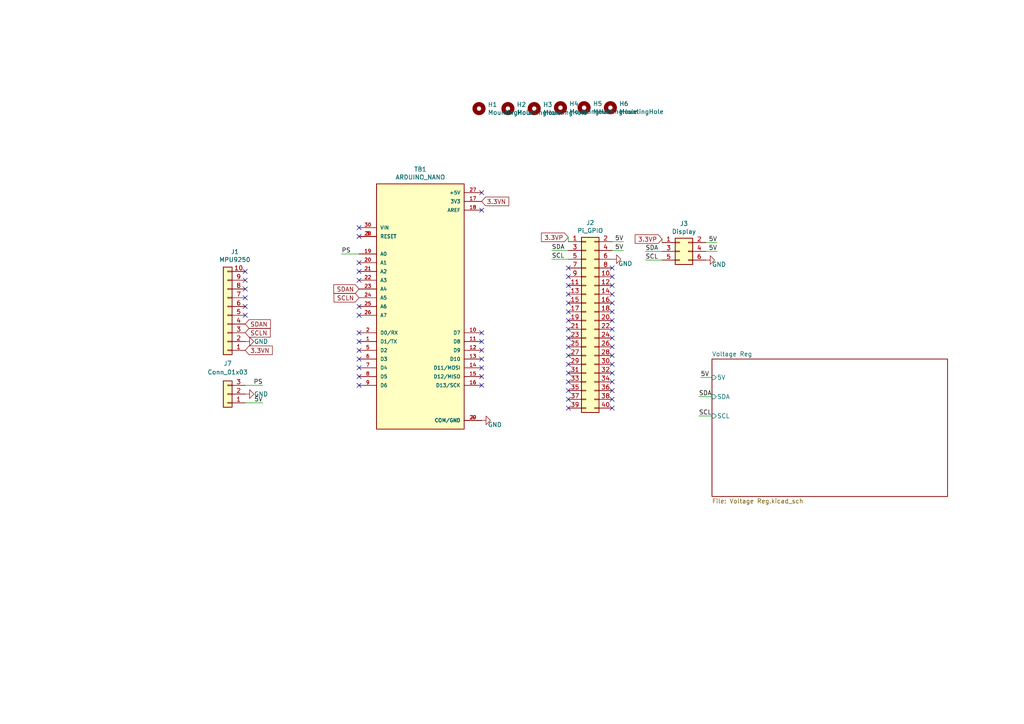
<source format=kicad_sch>
(kicad_sch (version 20211123) (generator eeschema)
  (paper "A4")
  (lib_symbols
    (symbol "ARDUINO_NANO:ARDUINO_NANO" (pin_names (offset 1.016))
      (property "Reference" "TB" (at -12.7 35.56 0))
      (property "Value" "ARDUINO_NANO" (at -12.7 -38.1 0))
      (symbol "ARDUINO_NANO_0_0"
        (rectangle (start -12.7 -35.56) (end 12.7 35.56) (stroke (width 0.254)) (fill (type background)))
        (pin bidirectional line (at -17.78 -10.16 0) (length 5.08) (name "D1/TX") (number "1"))
        (pin bidirectional line (at 17.78 -7.62 180) (length 5.08) (name "D7") (number "10"))
        (pin bidirectional line (at 17.78 -10.16 180) (length 5.08) (name "D8") (number "11"))
        (pin bidirectional line (at 17.78 -12.7 180) (length 5.08) (name "D9") (number "12"))
        (pin bidirectional line (at 17.78 -15.24 180) (length 5.08) (name "D10") (number "13"))
        (pin bidirectional line (at 17.78 -17.78 180) (length 5.08) (name "D11/MOSI") (number "14"))
        (pin bidirectional line (at 17.78 -20.32 180) (length 5.08) (name "D12/MISO") (number "15"))
        (pin bidirectional line (at 17.78 -22.86 180) (length 5.08) (name "D13/SCK") (number "16"))
        (pin power_in line (at 17.78 30.48 180) (length 5.08) (name "3V3") (number "17"))
        (pin power_in line (at 17.78 27.94 180) (length 5.08) (name "AREF") (number "18"))
        (pin input line (at -17.78 15.24 0) (length 5.08) (name "A0") (number "19"))
        (pin bidirectional line (at -17.78 -7.62 0) (length 5.08) (name "D0/RX") (number "2"))
        (pin input line (at -17.78 12.7 0) (length 5.08) (name "A1") (number "20"))
        (pin input line (at -17.78 10.16 0) (length 5.08) (name "A2") (number "21"))
        (pin input line (at -17.78 7.62 0) (length 5.08) (name "A3") (number "22"))
        (pin input line (at -17.78 5.08 0) (length 5.08) (name "A4") (number "23"))
        (pin input line (at -17.78 2.54 0) (length 5.08) (name "A5") (number "24"))
        (pin input line (at -17.78 0 0) (length 5.08) (name "A6") (number "25"))
        (pin input line (at -17.78 -2.54 0) (length 5.08) (name "A7") (number "26"))
        (pin power_in line (at 17.78 33.02 180) (length 5.08) (name "+5V") (number "27"))
        (pin input line (at -17.78 20.32 0) (length 5.08) (name "RESET") (number "28"))
        (pin power_in line (at 17.78 -33.02 180) (length 5.08) (name "COM/GND") (number "29"))
        (pin input line (at -17.78 20.32 0) (length 5.08) (name "RESET") (number "3"))
        (pin input line (at -17.78 22.86 0) (length 5.08) (name "VIN") (number "30"))
        (pin power_in line (at 17.78 -33.02 180) (length 5.08) (name "COM/GND") (number "4"))
        (pin bidirectional line (at -17.78 -12.7 0) (length 5.08) (name "D2") (number "5"))
        (pin bidirectional line (at -17.78 -15.24 0) (length 5.08) (name "D3") (number "6"))
        (pin bidirectional line (at -17.78 -17.78 0) (length 5.08) (name "D4") (number "7"))
        (pin bidirectional line (at -17.78 -20.32 0) (length 5.08) (name "D5") (number "8"))
        (pin bidirectional line (at -17.78 -22.86 0) (length 5.08) (name "D6") (number "9"))
      )
    )
    (symbol "Connector_Generic:Conn_01x03" (pin_names (offset 1.016) hide)
      (property "Reference" "J" (at 0 5.08 0))
      (property "Value" "Conn_01x03" (at 0 -5.08 0))
      (symbol "Conn_01x03_1_1"
        (rectangle (start -1.27 -2.413) (end 0 -2.667) (stroke (width 0.1524)))
        (rectangle (start -1.27 0.127) (end 0 -0.127) (stroke (width 0.1524)))
        (rectangle (start -1.27 2.667) (end 0 2.413) (stroke (width 0.1524)))
        (rectangle (start -1.27 3.81) (end 1.27 -3.81) (stroke (width 0.254)) (fill (type background)))
        (pin passive line (at -5.08 2.54 0) (length 3.81) (name "Pin_1") (number "1"))
        (pin passive line (at -5.08 0 0) (length 3.81) (name "Pin_2") (number "2"))
        (pin passive line (at -5.08 -2.54 0) (length 3.81) (name "Pin_3") (number "3"))
      )
    )
    (symbol "Connector_Generic:Conn_01x10" (pin_names (offset 1.016) hide)
      (property "Reference" "J" (at 0 12.7 0))
      (property "Value" "Conn_01x10" (at 0 -15.24 0))
      (symbol "Conn_01x10_1_1"
        (rectangle (start -1.27 -12.573) (end 0 -12.827) (stroke (width 0.1524)))
        (rectangle (start -1.27 -10.033) (end 0 -10.287) (stroke (width 0.1524)))
        (rectangle (start -1.27 -7.493) (end 0 -7.747) (stroke (width 0.1524)))
        (rectangle (start -1.27 -4.953) (end 0 -5.207) (stroke (width 0.1524)))
        (rectangle (start -1.27 -2.413) (end 0 -2.667) (stroke (width 0.1524)))
        (rectangle (start -1.27 0.127) (end 0 -0.127) (stroke (width 0.1524)))
        (rectangle (start -1.27 2.667) (end 0 2.413) (stroke (width 0.1524)))
        (rectangle (start -1.27 5.207) (end 0 4.953) (stroke (width 0.1524)))
        (rectangle (start -1.27 7.747) (end 0 7.493) (stroke (width 0.1524)))
        (rectangle (start -1.27 10.287) (end 0 10.033) (stroke (width 0.1524)))
        (rectangle (start -1.27 11.43) (end 1.27 -13.97) (stroke (width 0.254)) (fill (type background)))
        (pin passive line (at -5.08 10.16 0) (length 3.81) (name "Pin_1") (number "1"))
        (pin passive line (at -5.08 -12.7 0) (length 3.81) (name "Pin_10") (number "10"))
        (pin passive line (at -5.08 7.62 0) (length 3.81) (name "Pin_2") (number "2"))
        (pin passive line (at -5.08 5.08 0) (length 3.81) (name "Pin_3") (number "3"))
        (pin passive line (at -5.08 2.54 0) (length 3.81) (name "Pin_4") (number "4"))
        (pin passive line (at -5.08 0 0) (length 3.81) (name "Pin_5") (number "5"))
        (pin passive line (at -5.08 -2.54 0) (length 3.81) (name "Pin_6") (number "6"))
        (pin passive line (at -5.08 -5.08 0) (length 3.81) (name "Pin_7") (number "7"))
        (pin passive line (at -5.08 -7.62 0) (length 3.81) (name "Pin_8") (number "8"))
        (pin passive line (at -5.08 -10.16 0) (length 3.81) (name "Pin_9") (number "9"))
      )
    )
    (symbol "Connector_Generic:Conn_02x03_Odd_Even" (pin_names (offset 1.016) hide)
      (property "Reference" "J" (at 1.27 5.08 0))
      (property "Value" "Conn_02x03_Odd_Even" (at 1.27 -5.08 0))
      (symbol "Conn_02x03_Odd_Even_1_1"
        (rectangle (start -1.27 -2.413) (end 0 -2.667) (stroke (width 0.1524)))
        (rectangle (start -1.27 0.127) (end 0 -0.127) (stroke (width 0.1524)))
        (rectangle (start -1.27 2.667) (end 0 2.413) (stroke (width 0.1524)))
        (rectangle (start -1.27 3.81) (end 3.81 -3.81) (stroke (width 0.254)) (fill (type background)))
        (rectangle (start 3.81 -2.413) (end 2.54 -2.667) (stroke (width 0.1524)))
        (rectangle (start 3.81 0.127) (end 2.54 -0.127) (stroke (width 0.1524)))
        (rectangle (start 3.81 2.667) (end 2.54 2.413) (stroke (width 0.1524)))
        (pin passive line (at -5.08 2.54 0) (length 3.81) (name "Pin_1") (number "1"))
        (pin passive line (at 7.62 2.54 180) (length 3.81) (name "Pin_2") (number "2"))
        (pin passive line (at -5.08 0 0) (length 3.81) (name "Pin_3") (number "3"))
        (pin passive line (at 7.62 0 180) (length 3.81) (name "Pin_4") (number "4"))
        (pin passive line (at -5.08 -2.54 0) (length 3.81) (name "Pin_5") (number "5"))
        (pin passive line (at 7.62 -2.54 180) (length 3.81) (name "Pin_6") (number "6"))
      )
    )
    (symbol "Connector_Generic:Conn_02x20_Odd_Even" (pin_names (offset 1.016) hide)
      (property "Reference" "J" (at 1.27 25.4 0))
      (property "Value" "Conn_02x20_Odd_Even" (at 1.27 -27.94 0))
      (symbol "Conn_02x20_Odd_Even_1_1"
        (rectangle (start -1.27 -25.273) (end 0 -25.527) (stroke (width 0.1524)))
        (rectangle (start -1.27 -22.733) (end 0 -22.987) (stroke (width 0.1524)))
        (rectangle (start -1.27 -20.193) (end 0 -20.447) (stroke (width 0.1524)))
        (rectangle (start -1.27 -17.653) (end 0 -17.907) (stroke (width 0.1524)))
        (rectangle (start -1.27 -15.113) (end 0 -15.367) (stroke (width 0.1524)))
        (rectangle (start -1.27 -12.573) (end 0 -12.827) (stroke (width 0.1524)))
        (rectangle (start -1.27 -10.033) (end 0 -10.287) (stroke (width 0.1524)))
        (rectangle (start -1.27 -7.493) (end 0 -7.747) (stroke (width 0.1524)))
        (rectangle (start -1.27 -4.953) (end 0 -5.207) (stroke (width 0.1524)))
        (rectangle (start -1.27 -2.413) (end 0 -2.667) (stroke (width 0.1524)))
        (rectangle (start -1.27 0.127) (end 0 -0.127) (stroke (width 0.1524)))
        (rectangle (start -1.27 2.667) (end 0 2.413) (stroke (width 0.1524)))
        (rectangle (start -1.27 5.207) (end 0 4.953) (stroke (width 0.1524)))
        (rectangle (start -1.27 7.747) (end 0 7.493) (stroke (width 0.1524)))
        (rectangle (start -1.27 10.287) (end 0 10.033) (stroke (width 0.1524)))
        (rectangle (start -1.27 12.827) (end 0 12.573) (stroke (width 0.1524)))
        (rectangle (start -1.27 15.367) (end 0 15.113) (stroke (width 0.1524)))
        (rectangle (start -1.27 17.907) (end 0 17.653) (stroke (width 0.1524)))
        (rectangle (start -1.27 20.447) (end 0 20.193) (stroke (width 0.1524)))
        (rectangle (start -1.27 22.987) (end 0 22.733) (stroke (width 0.1524)))
        (rectangle (start -1.27 24.13) (end 3.81 -26.67) (stroke (width 0.254)) (fill (type background)))
        (rectangle (start 3.81 -25.273) (end 2.54 -25.527) (stroke (width 0.1524)))
        (rectangle (start 3.81 -22.733) (end 2.54 -22.987) (stroke (width 0.1524)))
        (rectangle (start 3.81 -20.193) (end 2.54 -20.447) (stroke (width 0.1524)))
        (rectangle (start 3.81 -17.653) (end 2.54 -17.907) (stroke (width 0.1524)))
        (rectangle (start 3.81 -15.113) (end 2.54 -15.367) (stroke (width 0.1524)))
        (rectangle (start 3.81 -12.573) (end 2.54 -12.827) (stroke (width 0.1524)))
        (rectangle (start 3.81 -10.033) (end 2.54 -10.287) (stroke (width 0.1524)))
        (rectangle (start 3.81 -7.493) (end 2.54 -7.747) (stroke (width 0.1524)))
        (rectangle (start 3.81 -4.953) (end 2.54 -5.207) (stroke (width 0.1524)))
        (rectangle (start 3.81 -2.413) (end 2.54 -2.667) (stroke (width 0.1524)))
        (rectangle (start 3.81 0.127) (end 2.54 -0.127) (stroke (width 0.1524)))
        (rectangle (start 3.81 2.667) (end 2.54 2.413) (stroke (width 0.1524)))
        (rectangle (start 3.81 5.207) (end 2.54 4.953) (stroke (width 0.1524)))
        (rectangle (start 3.81 7.747) (end 2.54 7.493) (stroke (width 0.1524)))
        (rectangle (start 3.81 10.287) (end 2.54 10.033) (stroke (width 0.1524)))
        (rectangle (start 3.81 12.827) (end 2.54 12.573) (stroke (width 0.1524)))
        (rectangle (start 3.81 15.367) (end 2.54 15.113) (stroke (width 0.1524)))
        (rectangle (start 3.81 17.907) (end 2.54 17.653) (stroke (width 0.1524)))
        (rectangle (start 3.81 20.447) (end 2.54 20.193) (stroke (width 0.1524)))
        (rectangle (start 3.81 22.987) (end 2.54 22.733) (stroke (width 0.1524)))
        (pin passive line (at -5.08 22.86 0) (length 3.81) (name "Pin_1") (number "1"))
        (pin passive line (at 7.62 12.7 180) (length 3.81) (name "Pin_10") (number "10"))
        (pin passive line (at -5.08 10.16 0) (length 3.81) (name "Pin_11") (number "11"))
        (pin passive line (at 7.62 10.16 180) (length 3.81) (name "Pin_12") (number "12"))
        (pin passive line (at -5.08 7.62 0) (length 3.81) (name "Pin_13") (number "13"))
        (pin passive line (at 7.62 7.62 180) (length 3.81) (name "Pin_14") (number "14"))
        (pin passive line (at -5.08 5.08 0) (length 3.81) (name "Pin_15") (number "15"))
        (pin passive line (at 7.62 5.08 180) (length 3.81) (name "Pin_16") (number "16"))
        (pin passive line (at -5.08 2.54 0) (length 3.81) (name "Pin_17") (number "17"))
        (pin passive line (at 7.62 2.54 180) (length 3.81) (name "Pin_18") (number "18"))
        (pin passive line (at -5.08 0 0) (length 3.81) (name "Pin_19") (number "19"))
        (pin passive line (at 7.62 22.86 180) (length 3.81) (name "Pin_2") (number "2"))
        (pin passive line (at 7.62 0 180) (length 3.81) (name "Pin_20") (number "20"))
        (pin passive line (at -5.08 -2.54 0) (length 3.81) (name "Pin_21") (number "21"))
        (pin passive line (at 7.62 -2.54 180) (length 3.81) (name "Pin_22") (number "22"))
        (pin passive line (at -5.08 -5.08 0) (length 3.81) (name "Pin_23") (number "23"))
        (pin passive line (at 7.62 -5.08 180) (length 3.81) (name "Pin_24") (number "24"))
        (pin passive line (at -5.08 -7.62 0) (length 3.81) (name "Pin_25") (number "25"))
        (pin passive line (at 7.62 -7.62 180) (length 3.81) (name "Pin_26") (number "26"))
        (pin passive line (at -5.08 -10.16 0) (length 3.81) (name "Pin_27") (number "27"))
        (pin passive line (at 7.62 -10.16 180) (length 3.81) (name "Pin_28") (number "28"))
        (pin passive line (at -5.08 -12.7 0) (length 3.81) (name "Pin_29") (number "29"))
        (pin passive line (at -5.08 20.32 0) (length 3.81) (name "Pin_3") (number "3"))
        (pin passive line (at 7.62 -12.7 180) (length 3.81) (name "Pin_30") (number "30"))
        (pin passive line (at -5.08 -15.24 0) (length 3.81) (name "Pin_31") (number "31"))
        (pin passive line (at 7.62 -15.24 180) (length 3.81) (name "Pin_32") (number "32"))
        (pin passive line (at -5.08 -17.78 0) (length 3.81) (name "Pin_33") (number "33"))
        (pin passive line (at 7.62 -17.78 180) (length 3.81) (name "Pin_34") (number "34"))
        (pin passive line (at -5.08 -20.32 0) (length 3.81) (name "Pin_35") (number "35"))
        (pin passive line (at 7.62 -20.32 180) (length 3.81) (name "Pin_36") (number "36"))
        (pin passive line (at -5.08 -22.86 0) (length 3.81) (name "Pin_37") (number "37"))
        (pin passive line (at 7.62 -22.86 180) (length 3.81) (name "Pin_38") (number "38"))
        (pin passive line (at -5.08 -25.4 0) (length 3.81) (name "Pin_39") (number "39"))
        (pin passive line (at 7.62 20.32 180) (length 3.81) (name "Pin_4") (number "4"))
        (pin passive line (at 7.62 -25.4 180) (length 3.81) (name "Pin_40") (number "40"))
        (pin passive line (at -5.08 17.78 0) (length 3.81) (name "Pin_5") (number "5"))
        (pin passive line (at 7.62 17.78 180) (length 3.81) (name "Pin_6") (number "6"))
        (pin passive line (at -5.08 15.24 0) (length 3.81) (name "Pin_7") (number "7"))
        (pin passive line (at 7.62 15.24 180) (length 3.81) (name "Pin_8") (number "8"))
        (pin passive line (at -5.08 12.7 0) (length 3.81) (name "Pin_9") (number "9"))
      )
    )
    (symbol "Mechanical:MountingHole" (pin_names (offset 1.016))
      (property "Reference" "H" (at 0 5.08 0))
      (property "Value" "MountingHole" (at 0 3.175 0))
      (symbol "MountingHole_0_1"
        (circle (center 0 0) (radius 1.27) (stroke (width 1.27)))
      )
    )
    (symbol "power:GND" (power) (pin_names (offset 0))
      (property "Value" "GND" (at 0 -3.81 0))
      (symbol "GND_0_1"
        (polyline (pts (xy 0 0) (xy 0 -1.27) (xy 1.27 -1.27) (xy 0 -2.54) (xy -1.27 -1.27) (xy 0 -1.27)))
      )
      (symbol "GND_1_1"
        (pin power_in line (at 0 0 270) (length 0) hide (name "GND") (number "1"))
      )
    )
  )
  (no_connect (at 177.546 95.504))
  (no_connect (at 104.14 111.76))
  (no_connect (at 164.846 98.044))
  (no_connect (at 177.546 87.884))
  (no_connect (at 177.546 90.424))
  (no_connect (at 104.14 88.9))
  (no_connect (at 177.546 118.364))
  (no_connect (at 139.7 104.14))
  (no_connect (at 164.846 110.744))
  (no_connect (at 177.546 80.264))
  (no_connect (at 177.546 77.724))
  (no_connect (at 139.7 106.68))
  (no_connect (at 104.14 96.52))
  (no_connect (at 164.846 103.124))
  (no_connect (at 71.12 88.9))
  (no_connect (at 177.546 115.824))
  (no_connect (at 177.546 110.744))
  (no_connect (at 139.7 101.6))
  (no_connect (at 104.14 109.22))
  (no_connect (at 164.846 100.584))
  (no_connect (at 164.846 108.204))
  (no_connect (at 164.846 87.884))
  (no_connect (at 164.846 80.264))
  (no_connect (at 177.546 105.664))
  (no_connect (at 177.546 85.344))
  (no_connect (at 104.14 76.2))
  (no_connect (at 177.546 82.804))
  (no_connect (at 71.12 81.28))
  (no_connect (at 71.12 91.44))
  (no_connect (at 104.14 66.04))
  (no_connect (at 164.846 105.664))
  (no_connect (at 177.546 98.044))
  (no_connect (at 139.7 96.52))
  (no_connect (at 177.546 100.584))
  (no_connect (at 139.7 55.88))
  (no_connect (at 104.14 81.28))
  (no_connect (at 104.14 101.6))
  (no_connect (at 104.14 104.14))
  (no_connect (at 164.846 95.504))
  (no_connect (at 177.546 108.204))
  (no_connect (at 139.7 99.06))
  (no_connect (at 71.12 83.82))
  (no_connect (at 164.846 90.424))
  (no_connect (at 139.7 109.22))
  (no_connect (at 164.846 115.824))
  (no_connect (at 177.546 92.964))
  (no_connect (at 139.7 60.96))
  (no_connect (at 164.846 77.724))
  (no_connect (at 71.12 78.74))
  (no_connect (at 71.12 86.36))
  (no_connect (at 177.546 103.124))
  (no_connect (at 164.846 118.364))
  (no_connect (at 164.846 82.804))
  (no_connect (at 104.14 99.06))
  (no_connect (at 104.14 91.44))
  (no_connect (at 139.7 111.76))
  (no_connect (at 104.14 68.58))
  (no_connect (at 177.546 113.284))
  (no_connect (at 104.14 78.74))
  (no_connect (at 104.14 106.68))
  (no_connect (at 164.846 92.964))
  (no_connect (at 164.846 113.284))
  (no_connect (at 164.846 85.344))
  (wire (pts (xy 104.14 73.66) (xy 99.06 73.66)))
  (wire (pts (xy 208.026 72.898) (xy 204.724 72.898)))
  (wire (pts (xy 192.024 72.898) (xy 187.198 72.898)))
  (wire (pts (xy 164.846 72.644) (xy 160.02 72.644)))
  (wire (pts (xy 164.846 75.184) (xy 160.02 75.184)))
  (wire (pts (xy 180.848 72.644) (xy 177.546 72.644)))
  (wire (pts (xy 71.12 116.84) (xy 76.2 116.84)))
  (wire (pts (xy 164.846 68.834) (xy 164.846 70.104)))
  (wire (pts (xy 202.692 120.65) (xy 206.502 120.65)))
  (wire (pts (xy 71.12 111.76) (xy 76.2 111.76)))
  (wire (pts (xy 192.024 70.358) (xy 192.024 69.342)))
  (wire (pts (xy 206.502 109.474) (xy 203.2 109.474)))
  (wire (pts (xy 192.024 75.438) (xy 187.198 75.438)))
  (wire (pts (xy 206.502 115.062) (xy 202.692 115.062)))
  (wire (pts (xy 180.848 70.104) (xy 177.546 70.104)))
  (wire (pts (xy 208.026 70.358) (xy 204.724 70.358)))
  (label "5V" (at 180.848 72.644 180))
  (label "PS" (at 99.06 73.66 0))
  (label "SDA" (at 160.02 72.644 0))
  (label "SCL" (at 187.198 75.438 0))
  (label "SDA" (at 202.692 115.062 0))
  (label "PS" (at 76.2 111.76 180))
  (label "5V" (at 208.026 72.898 180))
  (label "5V" (at 76.2 116.84 180))
  (label "5V" (at 203.2 109.474 0))
  (label "SCL" (at 160.02 75.184 0))
  (label "SDA" (at 187.198 72.898 0))
  (label "SCL" (at 202.692 120.65 0))
  (label "5V" (at 208.026 70.358 180))
  (label "5V" (at 180.848 70.104 180))
  (global_label "3.3VN" (shape input) (at 139.7 58.42 0) (property "Intersheet References" "${INTERSHEET_REFS}" (effects hide)))
  (global_label "3.3VP" (shape input) (at 164.846 68.834 180) (property "Intersheet References" "${INTERSHEET_REFS}" (effects hide)))
  (global_label "SCLN" (shape input) (at 104.14 86.36 180) (property "Intersheet References" "${INTERSHEET_REFS}" (effects hide)))
  (global_label "SDAN" (shape input) (at 104.14 83.82 180) (property "Intersheet References" "${INTERSHEET_REFS}" (effects hide)))
  (global_label "3.3VN" (shape input) (at 71.12 101.6 0) (property "Intersheet References" "${INTERSHEET_REFS}" (effects hide)))
  (global_label "3.3VP" (shape input) (at 192.024 69.342 180) (property "Intersheet References" "${INTERSHEET_REFS}" (effects hide)))
  (global_label "SCLN" (shape input) (at 71.12 96.52 0) (property "Intersheet References" "${INTERSHEET_REFS}" (effects hide)))
  (global_label "SDAN" (shape input) (at 71.12 93.98 0) (property "Intersheet References" "${INTERSHEET_REFS}" (effects hide)))
  (symbol (lib_id "ARDUINO_NANO:ARDUINO_NANO") (at 121.92 88.9 0) (unit 1)
    (property "Reference" "TB1" (at 121.92 49.0982 0))
    (property "Value" "ARDUINO_NANO" (at 121.92 51.4096 0))
    (property "Footprint" ".pretty:SHIELD_ARDUINO_NANO" (effects hide))
  )
  (symbol (lib_id "Connector_Generic:Conn_02x20_Odd_Even") (at 169.926 92.964 0) (unit 1)
    (property "Reference" "J2" (at 171.196 64.5922 0))
    (property "Value" "Pi_GPIO" (at 171.196 66.9036 0))
    (property "Footprint" "Connector_PinHeader_2.54mm:PinHeader_2x20_P2.54mm_Vertical" (effects hide))
  )
  (symbol (lib_id "Connector_Generic:Conn_01x10") (at 66.04 91.44 180) (unit 1)
    (property "Reference" "J1" (at 68.1228 73.025 0))
    (property "Value" "MPU9250" (at 68.1228 75.3364 0))
    (property "Footprint" "Connector_PinHeader_2.54mm:PinHeader_1x10_P2.54mm_Vertical" (effects hide))
  )
  (symbol (lib_id "Connector_Generic:Conn_02x03_Odd_Even") (at 197.104 72.898 0) (unit 1)
    (property "Reference" "J3" (at 198.374 64.8462 0))
    (property "Value" "Display" (at 198.374 67.1576 0))
    (property "Footprint" "Connector_PinHeader_2.54mm:PinHeader_2x03_P2.54mm_Vertical" (effects hide))
  )
  (symbol (lib_id "Mechanical:MountingHole") (at 138.938 31.496 0) (unit 1)
    (property "Reference" "H1" (at 141.478 30.3276 0) (effects (justify left)))
    (property "Value" "MountingHole" (at 141.478 32.639 0) (effects (justify left)))
    (property "Footprint" "MountingHole:MountingHole_2.5mm" (effects hide))
  )
  (symbol (lib_id "Mechanical:MountingHole") (at 147.32 31.496 0) (unit 1)
    (property "Reference" "H2" (at 149.86 30.3276 0) (effects (justify left)))
    (property "Value" "MountingHole" (at 149.86 32.639 0) (effects (justify left)))
    (property "Footprint" "MountingHole:MountingHole_2.5mm" (effects hide))
  )
  (symbol (lib_id "Mechanical:MountingHole") (at 154.94 31.496 0) (unit 1)
    (property "Reference" "H3" (at 157.48 30.3276 0) (effects (justify left)))
    (property "Value" "MountingHole" (at 157.48 32.639 0) (effects (justify left)))
    (property "Footprint" "MountingHole:MountingHole_2.5mm" (effects hide))
  )
  (symbol (lib_id "Mechanical:MountingHole") (at 162.56 31.242 0) (unit 1)
    (property "Reference" "H4" (at 165.1 30.0736 0) (effects (justify left)))
    (property "Value" "MountingHole" (at 165.1 32.385 0) (effects (justify left)))
    (property "Footprint" "MountingHole:MountingHole_2.5mm" (effects hide))
  )
  (symbol (lib_id "power:GND") (at 177.546 75.184 90) (unit 1)
    (property "Reference" "#PWR0107" (effects hide))
    (property "Value" "GND" (at 179.324 76.454 90) (effects (justify right)))
  )
  (symbol (lib_id "Mechanical:MountingHole") (at 169.418 31.242 0) (unit 1)
    (property "Reference" "H5" (at 171.958 30.0736 0) (effects (justify left)))
    (property "Value" "MountingHole" (at 171.958 32.385 0) (effects (justify left)))
    (property "Footprint" "MountingHole:MountingHole_2.5mm" (effects hide))
  )
  (symbol (lib_id "Mechanical:MountingHole") (at 177.038 31.242 0) (unit 1)
    (property "Reference" "H6" (at 179.578 30.0736 0) (effects (justify left)))
    (property "Value" "MountingHole" (at 179.578 32.385 0) (effects (justify left)))
    (property "Footprint" "MountingHole:MountingHole_2.5mm" (effects hide))
  )
  (symbol (lib_id "power:GND") (at 204.724 75.438 90) (unit 1)
    (property "Reference" "#PWR0108" (effects hide))
    (property "Value" "GND" (at 206.502 76.708 90) (effects (justify right)))
  )
  (symbol (lib_id "power:GND") (at 139.7 121.92 90) (unit 1)
    (property "Reference" "#PWR0109" (effects hide))
    (property "Value" "GND" (at 141.478 123.19 90) (effects (justify right)))
  )
  (symbol (lib_id "power:GND") (at 71.12 99.06 90) (unit 1)
    (property "Reference" "#PWR0110" (effects hide))
    (property "Value" "GND" (at 73.66 99.06 90) (effects (justify right)))
  )
  (symbol (lib_id "power:GND") (at 71.12 114.3 90) (unit 1)
    (property "Reference" "#PWR0112" (effects hide))
    (property "Value" "GND" (at 73.66 114.3 90) (effects (justify right)))
  )
  (symbol (lib_id "Connector_Generic:Conn_01x03") (at 66.04 114.3 180) (unit 1)
    (property "Reference" "J7" (at 66.04 105.41 0))
    (property "Value" "Conn_01x03" (at 66.04 107.95 0))
    (property "Footprint" "Connector_PinHeader_2.54mm:PinHeader_1x03_P2.54mm_Vertical" (effects hide))
  )
  (sheet (at 206.502 104.14) (size 68.326 39.878)
    (property "Sheet name" "Voltage Reg" (at 206.502 103.4284 0) (effects (justify left bottom)))
    (property "Sheet file" "Voltage Reg.kicad_sch" (at 206.502 144.6026 0) (effects (justify left top)))
    (pin "5V" input (at 206.502 109.474 180))
    (pin "SDA" input (at 206.502 115.062 180))
    (pin "SCL" input (at 206.502 120.65 180))
  )
)
</source>
